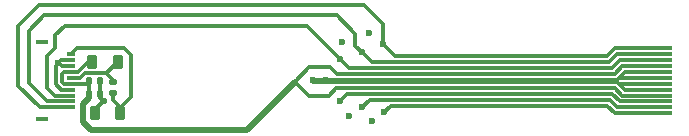
<source format=gbr>
%TF.GenerationSoftware,KiCad,Pcbnew,8.0.2*%
%TF.CreationDate,2024-05-05T22:58:05+02:00*%
%TF.ProjectId,PA3194G822_R01,50413331-3934-4473-9832-325f5230312e,A*%
%TF.SameCoordinates,Original*%
%TF.FileFunction,Copper,L1,Top*%
%TF.FilePolarity,Positive*%
%FSLAX46Y46*%
G04 Gerber Fmt 4.6, Leading zero omitted, Abs format (unit mm)*
G04 Created by KiCad (PCBNEW 8.0.2) date 2024-05-05 22:58:05*
%MOMM*%
%LPD*%
G01*
G04 APERTURE LIST*
G04 Aperture macros list*
%AMRoundRect*
0 Rectangle with rounded corners*
0 $1 Rounding radius*
0 $2 $3 $4 $5 $6 $7 $8 $9 X,Y pos of 4 corners*
0 Add a 4 corners polygon primitive as box body*
4,1,4,$2,$3,$4,$5,$6,$7,$8,$9,$2,$3,0*
0 Add four circle primitives for the rounded corners*
1,1,$1+$1,$2,$3*
1,1,$1+$1,$4,$5*
1,1,$1+$1,$6,$7*
1,1,$1+$1,$8,$9*
0 Add four rect primitives between the rounded corners*
20,1,$1+$1,$2,$3,$4,$5,0*
20,1,$1+$1,$4,$5,$6,$7,0*
20,1,$1+$1,$6,$7,$8,$9,0*
20,1,$1+$1,$8,$9,$2,$3,0*%
G04 Aperture macros list end*
%TA.AperFunction,SMDPad,CuDef*%
%ADD10RoundRect,0.140000X-0.140000X-0.170000X0.140000X-0.170000X0.140000X0.170000X-0.140000X0.170000X0*%
%TD*%
%TA.AperFunction,SMDPad,CuDef*%
%ADD11RoundRect,0.140000X0.170000X-0.140000X0.170000X0.140000X-0.170000X0.140000X-0.170000X-0.140000X0*%
%TD*%
%TA.AperFunction,SMDPad,CuDef*%
%ADD12RoundRect,0.218750X-0.218750X-0.381250X0.218750X-0.381250X0.218750X0.381250X-0.218750X0.381250X0*%
%TD*%
%TA.AperFunction,SMDPad,CuDef*%
%ADD13R,0.800000X0.300000*%
%TD*%
%TA.AperFunction,SMDPad,CuDef*%
%ADD14R,1.000000X0.400000*%
%TD*%
%TA.AperFunction,SMDPad,CuDef*%
%ADD15RoundRect,0.218750X0.218750X0.381250X-0.218750X0.381250X-0.218750X-0.381250X0.218750X-0.381250X0*%
%TD*%
%TA.AperFunction,SMDPad,CuDef*%
%ADD16R,3.000000X0.300000*%
%TD*%
%TA.AperFunction,ViaPad*%
%ADD17C,0.600000*%
%TD*%
%TA.AperFunction,Conductor*%
%ADD18C,0.300000*%
%TD*%
%TA.AperFunction,Conductor*%
%ADD19C,0.500000*%
%TD*%
G04 APERTURE END LIST*
D10*
%TO.P,C2,1*%
%TO.N,/VDD*%
X107545000Y-101100000D03*
%TO.P,C2,2*%
%TO.N,GND*%
X108505000Y-101100000D03*
%TD*%
D11*
%TO.P,C1,1*%
%TO.N,/VSSA*%
X109600000Y-101055000D03*
%TO.P,C1,2*%
%TO.N,/VDDA*%
X109600000Y-100095000D03*
%TD*%
D12*
%TO.P,FB1,1*%
%TO.N,/VDD*%
X107837500Y-98375000D03*
%TO.P,FB1,2*%
%TO.N,/VDDA*%
X109962500Y-98375000D03*
%TD*%
D13*
%TO.P,J1,1,Pin_1*%
%TO.N,/VSSA*%
X106025000Y-97750000D03*
%TO.P,J1,2,Pin_2*%
%TO.N,GND*%
X106025000Y-98250000D03*
%TO.P,J1,3,Pin_3*%
X106025000Y-98750000D03*
%TO.P,J1,4,Pin_4*%
%TO.N,/VDD*%
X106025000Y-99250000D03*
%TO.P,J1,5,Pin_5*%
%TO.N,/VDDA*%
X106025000Y-99750000D03*
%TO.P,J1,6,Pin_6*%
%TO.N,/VDD*%
X106025000Y-100250000D03*
%TO.P,J1,7,Pin_7*%
%TO.N,GND*%
X106025000Y-100750000D03*
%TO.P,J1,8,Pin_8*%
%TO.N,/SPI_CS*%
X106025000Y-101250000D03*
%TO.P,J1,9,Pin_9*%
%TO.N,/SPI_SDI*%
X106025000Y-101750000D03*
%TO.P,J1,10,Pin_10*%
%TO.N,/SPI_CLK*%
X106025000Y-102250000D03*
D14*
%TO.P,J1,MP*%
%TO.N,N/C*%
X103525000Y-96750000D03*
X103525000Y-103250000D03*
%TD*%
D15*
%TO.P,FB2,1*%
%TO.N,/VSSA*%
X110187500Y-102750000D03*
%TO.P,FB2,2*%
%TO.N,GND*%
X108062500Y-102750000D03*
%TD*%
D16*
%TO.P,J2,1,Pin_1*%
%TO.N,/SPI_CLK*%
X155500000Y-102750000D03*
%TO.P,J2,2,Pin_2*%
%TO.N,/SPI_SDI*%
X155500000Y-102250000D03*
%TO.P,J2,3,Pin_3*%
%TO.N,/SPI_CS*%
X155500000Y-101750000D03*
%TO.P,J2,4,Pin_4*%
%TO.N,/VDD*%
X155500000Y-101250000D03*
%TO.P,J2,5,Pin_5*%
%TO.N,GND*%
X155500000Y-100750000D03*
%TO.P,J2,6,Pin_6*%
X155500000Y-100250000D03*
%TO.P,J2,7,Pin_7*%
X155500000Y-99750000D03*
%TO.P,J2,8,Pin_8*%
X155500000Y-99250000D03*
%TO.P,J2,9,Pin_9*%
%TO.N,/VDD*%
X155500000Y-98750000D03*
%TO.P,J2,10,Pin_10*%
%TO.N,/SPI_CS*%
X155500000Y-98250000D03*
%TO.P,J2,11,Pin_11*%
%TO.N,/SPI_SDI*%
X155500000Y-97750000D03*
%TO.P,J2,12,Pin_12*%
%TO.N,/SPI_CLK*%
X155500000Y-97250000D03*
%TD*%
D10*
%TO.P,C3,1*%
%TO.N,/VDD*%
X107545000Y-100000000D03*
%TO.P,C3,2*%
%TO.N,GND*%
X108505000Y-100000000D03*
%TD*%
D17*
%TO.N,GND*%
X108775000Y-101700000D03*
X126525000Y-99975000D03*
X129525000Y-102950000D03*
X127575000Y-99975000D03*
X104925000Y-98525000D03*
X128975000Y-96675000D03*
X131500000Y-103425000D03*
X131275000Y-95975000D03*
%TO.N,/SPI_CS*%
X128800000Y-98150000D03*
X128775000Y-101700000D03*
%TO.N,/SPI_SDI*%
X130650000Y-97575000D03*
X130675000Y-102250000D03*
%TO.N,/SPI_CLK*%
X132525000Y-102675000D03*
X132475000Y-96925000D03*
%TD*%
D18*
%TO.N,/VDDA*%
X106788154Y-99750000D02*
X107213154Y-99325000D01*
X109600000Y-99912500D02*
X109012500Y-99325000D01*
X109012500Y-99325000D02*
X109962500Y-98375000D01*
X106025000Y-99750000D02*
X106788154Y-99750000D01*
X109600000Y-100095000D02*
X109600000Y-99912500D01*
X107213154Y-99325000D02*
X109012500Y-99325000D01*
%TO.N,/VSSA*%
X110187500Y-102212500D02*
X110187500Y-102750000D01*
X109600000Y-101055000D02*
X109600000Y-101625000D01*
X106550000Y-97225000D02*
X106025000Y-97750000D01*
X109600000Y-101625000D02*
X110187500Y-102212500D01*
X111075000Y-97825000D02*
X110475000Y-97225000D01*
X111075000Y-101412500D02*
X111075000Y-97825000D01*
X110475000Y-97225000D02*
X106550000Y-97225000D01*
X109887500Y-102600000D02*
X111075000Y-101412500D01*
%TO.N,GND*%
X108505000Y-101430000D02*
X108775000Y-101700000D01*
X108062500Y-102412500D02*
X108775000Y-101700000D01*
X106025000Y-100750000D02*
X105192894Y-100750000D01*
X152175000Y-100000000D02*
X152925000Y-99250000D01*
X105200000Y-98250000D02*
X104925000Y-98525000D01*
X152925000Y-100750000D02*
X152275000Y-100100000D01*
X108505000Y-101320000D02*
X108505000Y-101100000D01*
X104725000Y-100282106D02*
X104725000Y-98725000D01*
X155500000Y-100750000D02*
X152925000Y-100750000D01*
X104725000Y-98725000D02*
X104925000Y-98525000D01*
X108505000Y-101100000D02*
X108505000Y-100000000D01*
X108505000Y-101320000D02*
X108505000Y-101430000D01*
D19*
X126550000Y-100000000D02*
X152175000Y-100000000D01*
D18*
X105025000Y-98525000D02*
X104925000Y-98525000D01*
X108062500Y-102750000D02*
X108062500Y-102412500D01*
X155500000Y-100250000D02*
X152425000Y-100250000D01*
X155500000Y-99750000D02*
X152425000Y-99750000D01*
X152425000Y-100250000D02*
X152175000Y-100000000D01*
X126550000Y-100000000D02*
X126525000Y-99975000D01*
X152925000Y-99250000D02*
X155500000Y-99250000D01*
X152425000Y-100250000D02*
X152275000Y-100100000D01*
X152425000Y-99750000D02*
X152175000Y-100000000D01*
X105192894Y-100750000D02*
X104725000Y-100282106D01*
X152275000Y-100100000D02*
X152175000Y-100000000D01*
X106025000Y-98250000D02*
X105200000Y-98250000D01*
X106025000Y-98750000D02*
X105250000Y-98750000D01*
X105250000Y-98750000D02*
X105025000Y-98525000D01*
D19*
%TO.N,/VDD*%
X107700000Y-104150000D02*
X119900000Y-104150000D01*
D18*
X106025000Y-100250000D02*
X107295000Y-100250000D01*
X126175000Y-101250000D02*
X127825000Y-101250000D01*
X107295000Y-100250000D02*
X107545000Y-100000000D01*
X152050000Y-100600000D02*
X152700000Y-101250000D01*
D19*
X107545000Y-101455000D02*
X107050000Y-101950000D01*
D18*
X127825000Y-101250000D02*
X128475000Y-100600000D01*
X107837500Y-98212500D02*
X107837500Y-98375000D01*
D19*
X119900000Y-104150000D02*
X120925000Y-104150000D01*
X107545000Y-101100000D02*
X107545000Y-101455000D01*
D18*
X128500000Y-99400000D02*
X152050000Y-99400000D01*
X127975000Y-98875000D02*
X128500000Y-99400000D01*
X106575000Y-99250000D02*
X107450000Y-98375000D01*
X155500000Y-98750000D02*
X152700000Y-98750000D01*
X105400000Y-99250000D02*
X106025000Y-99250000D01*
X105400000Y-100250000D02*
X105225000Y-100075000D01*
X125000000Y-100075000D02*
X126175000Y-101250000D01*
D19*
X107050000Y-103500000D02*
X107700000Y-104150000D01*
D18*
X105225000Y-99425000D02*
X105400000Y-99250000D01*
X107450000Y-98375000D02*
X107837500Y-98375000D01*
X107545000Y-101100000D02*
X107545000Y-100000000D01*
X106025000Y-100250000D02*
X105400000Y-100250000D01*
X128475000Y-100600000D02*
X152050000Y-100600000D01*
D19*
X120925000Y-104150000D02*
X125000000Y-100075000D01*
D18*
X155500000Y-101250000D02*
X152700000Y-101250000D01*
X126200000Y-98875000D02*
X127975000Y-98875000D01*
X106025000Y-99250000D02*
X106575000Y-99250000D01*
X125000000Y-100075000D02*
X126200000Y-98875000D01*
X105225000Y-100075000D02*
X105225000Y-99425000D01*
X152050000Y-99400000D02*
X152700000Y-98750000D01*
D19*
X107050000Y-101950000D02*
X107050000Y-103500000D01*
D18*
%TO.N,/SPI_CS*%
X105475000Y-95375000D02*
X104700000Y-96150000D01*
X129550000Y-98900000D02*
X129225000Y-98575000D01*
X152475000Y-98250000D02*
X151825000Y-98900000D01*
X151842894Y-101100000D02*
X130350000Y-101100000D01*
X126025000Y-95375000D02*
X124900000Y-95375000D01*
X129375000Y-101100000D02*
X128775000Y-101700000D01*
X124900000Y-95375000D02*
X105475000Y-95375000D01*
X155500000Y-98250000D02*
X152475000Y-98250000D01*
X104625000Y-101250000D02*
X106025000Y-101250000D01*
X152492894Y-101750000D02*
X151842894Y-101100000D01*
X104700000Y-96150000D02*
X104700000Y-97200000D01*
X155500000Y-101750000D02*
X152492894Y-101750000D01*
X104025000Y-100650000D02*
X104625000Y-101250000D01*
X130350000Y-101100000D02*
X130275000Y-101100000D01*
X104025000Y-97875000D02*
X104025000Y-100650000D01*
X130350000Y-101100000D02*
X129375000Y-101100000D01*
X129225000Y-98575000D02*
X128800000Y-98150000D01*
X104700000Y-97200000D02*
X104025000Y-97875000D01*
X151825000Y-98900000D02*
X129550000Y-98900000D01*
X129225000Y-98575000D02*
X126025000Y-95375000D01*
%TO.N,/SPI_SDI*%
X130100000Y-97025000D02*
X130650000Y-97575000D01*
X130100000Y-96050000D02*
X130100000Y-97025000D01*
X155500000Y-102250000D02*
X152275000Y-102250000D01*
X104000000Y-101750000D02*
X102425000Y-100175000D01*
X103750000Y-94450000D02*
X128500000Y-94450000D01*
X151600000Y-98400000D02*
X152250000Y-97750000D01*
X155500000Y-97750000D02*
X152250000Y-97750000D01*
X130650000Y-97575000D02*
X131475000Y-98400000D01*
X106025000Y-101750000D02*
X104000000Y-101750000D01*
X128500000Y-94450000D02*
X130100000Y-96050000D01*
X151625000Y-101600000D02*
X131325000Y-101600000D01*
X152275000Y-102250000D02*
X151625000Y-101600000D01*
X102425000Y-95775000D02*
X103750000Y-94450000D01*
X131325000Y-101600000D02*
X130675000Y-102250000D01*
X131475000Y-98400000D02*
X151600000Y-98400000D01*
X102425000Y-100175000D02*
X102425000Y-95775000D01*
%TO.N,/SPI_CLK*%
X151417894Y-102100000D02*
X133100000Y-102100000D01*
X106025000Y-102250000D02*
X103375000Y-102250000D01*
X101550000Y-95350000D02*
X103325000Y-93575000D01*
X132475000Y-95200000D02*
X132475000Y-96925000D01*
X103375000Y-102250000D02*
X101550000Y-100425000D01*
X152067894Y-102750000D02*
X151417894Y-102100000D01*
X101550000Y-100425000D02*
X101550000Y-95350000D01*
X132475000Y-96925000D02*
X133450000Y-97900000D01*
X130850000Y-93575000D02*
X132475000Y-95200000D01*
X151392894Y-97900000D02*
X152042894Y-97250000D01*
X155500000Y-102750000D02*
X152067894Y-102750000D01*
X152042894Y-97250000D02*
X155500000Y-97250000D01*
X133100000Y-102100000D02*
X132525000Y-102675000D01*
X133450000Y-97900000D02*
X151392894Y-97900000D01*
X103325000Y-93575000D02*
X130850000Y-93575000D01*
%TD*%
M02*

</source>
